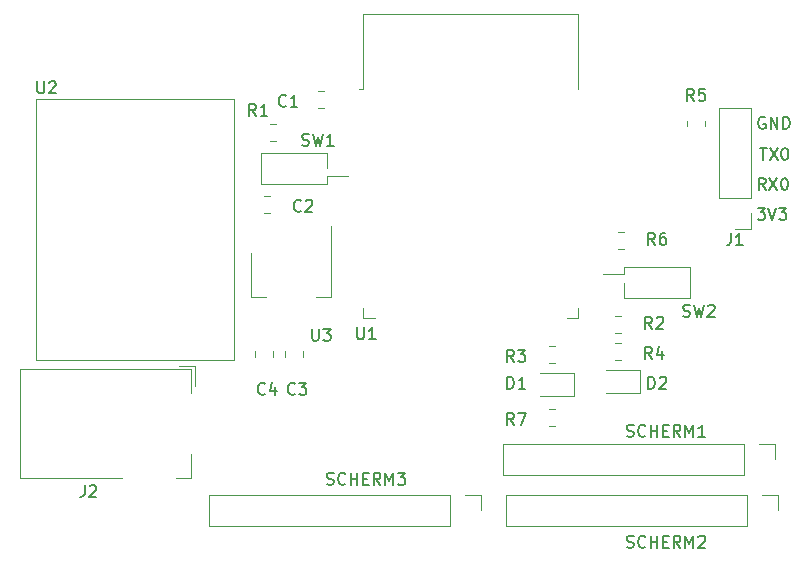
<source format=gbr>
%TF.GenerationSoftware,KiCad,Pcbnew,(7.0.0)*%
%TF.CreationDate,2023-04-20T18:18:11+02:00*%
%TF.ProjectId,PCB_uitlezen_gsm,5043425f-7569-4746-9c65-7a656e5f6773,rev?*%
%TF.SameCoordinates,Original*%
%TF.FileFunction,Legend,Top*%
%TF.FilePolarity,Positive*%
%FSLAX46Y46*%
G04 Gerber Fmt 4.6, Leading zero omitted, Abs format (unit mm)*
G04 Created by KiCad (PCBNEW (7.0.0)) date 2023-04-20 18:18:11*
%MOMM*%
%LPD*%
G01*
G04 APERTURE LIST*
%ADD10C,0.150000*%
%ADD11C,0.120000*%
G04 APERTURE END LIST*
D10*
X140811238Y-81078380D02*
X141382666Y-81078380D01*
X141096952Y-82078380D02*
X141096952Y-81078380D01*
X141620762Y-81078380D02*
X142287428Y-82078380D01*
X142287428Y-81078380D02*
X141620762Y-82078380D01*
X142858857Y-81078380D02*
X142954095Y-81078380D01*
X142954095Y-81078380D02*
X143049333Y-81126000D01*
X143049333Y-81126000D02*
X143096952Y-81173619D01*
X143096952Y-81173619D02*
X143144571Y-81268857D01*
X143144571Y-81268857D02*
X143192190Y-81459333D01*
X143192190Y-81459333D02*
X143192190Y-81697428D01*
X143192190Y-81697428D02*
X143144571Y-81887904D01*
X143144571Y-81887904D02*
X143096952Y-81983142D01*
X143096952Y-81983142D02*
X143049333Y-82030761D01*
X143049333Y-82030761D02*
X142954095Y-82078380D01*
X142954095Y-82078380D02*
X142858857Y-82078380D01*
X142858857Y-82078380D02*
X142763619Y-82030761D01*
X142763619Y-82030761D02*
X142716000Y-81983142D01*
X142716000Y-81983142D02*
X142668381Y-81887904D01*
X142668381Y-81887904D02*
X142620762Y-81697428D01*
X142620762Y-81697428D02*
X142620762Y-81459333D01*
X142620762Y-81459333D02*
X142668381Y-81268857D01*
X142668381Y-81268857D02*
X142716000Y-81173619D01*
X142716000Y-81173619D02*
X142763619Y-81126000D01*
X142763619Y-81126000D02*
X142858857Y-81078380D01*
X141223904Y-78490000D02*
X141128666Y-78442380D01*
X141128666Y-78442380D02*
X140985809Y-78442380D01*
X140985809Y-78442380D02*
X140842952Y-78490000D01*
X140842952Y-78490000D02*
X140747714Y-78585238D01*
X140747714Y-78585238D02*
X140700095Y-78680476D01*
X140700095Y-78680476D02*
X140652476Y-78870952D01*
X140652476Y-78870952D02*
X140652476Y-79013809D01*
X140652476Y-79013809D02*
X140700095Y-79204285D01*
X140700095Y-79204285D02*
X140747714Y-79299523D01*
X140747714Y-79299523D02*
X140842952Y-79394761D01*
X140842952Y-79394761D02*
X140985809Y-79442380D01*
X140985809Y-79442380D02*
X141081047Y-79442380D01*
X141081047Y-79442380D02*
X141223904Y-79394761D01*
X141223904Y-79394761D02*
X141271523Y-79347142D01*
X141271523Y-79347142D02*
X141271523Y-79013809D01*
X141271523Y-79013809D02*
X141081047Y-79013809D01*
X141700095Y-79442380D02*
X141700095Y-78442380D01*
X141700095Y-78442380D02*
X142271523Y-79442380D01*
X142271523Y-79442380D02*
X142271523Y-78442380D01*
X142747714Y-79442380D02*
X142747714Y-78442380D01*
X142747714Y-78442380D02*
X142985809Y-78442380D01*
X142985809Y-78442380D02*
X143128666Y-78490000D01*
X143128666Y-78490000D02*
X143223904Y-78585238D01*
X143223904Y-78585238D02*
X143271523Y-78680476D01*
X143271523Y-78680476D02*
X143319142Y-78870952D01*
X143319142Y-78870952D02*
X143319142Y-79013809D01*
X143319142Y-79013809D02*
X143271523Y-79204285D01*
X143271523Y-79204285D02*
X143223904Y-79299523D01*
X143223904Y-79299523D02*
X143128666Y-79394761D01*
X143128666Y-79394761D02*
X142985809Y-79442380D01*
X142985809Y-79442380D02*
X142747714Y-79442380D01*
X140604857Y-86158380D02*
X141223904Y-86158380D01*
X141223904Y-86158380D02*
X140890571Y-86539333D01*
X140890571Y-86539333D02*
X141033428Y-86539333D01*
X141033428Y-86539333D02*
X141128666Y-86586952D01*
X141128666Y-86586952D02*
X141176285Y-86634571D01*
X141176285Y-86634571D02*
X141223904Y-86729809D01*
X141223904Y-86729809D02*
X141223904Y-86967904D01*
X141223904Y-86967904D02*
X141176285Y-87063142D01*
X141176285Y-87063142D02*
X141128666Y-87110761D01*
X141128666Y-87110761D02*
X141033428Y-87158380D01*
X141033428Y-87158380D02*
X140747714Y-87158380D01*
X140747714Y-87158380D02*
X140652476Y-87110761D01*
X140652476Y-87110761D02*
X140604857Y-87063142D01*
X141509619Y-86158380D02*
X141842952Y-87158380D01*
X141842952Y-87158380D02*
X142176285Y-86158380D01*
X142414381Y-86158380D02*
X143033428Y-86158380D01*
X143033428Y-86158380D02*
X142700095Y-86539333D01*
X142700095Y-86539333D02*
X142842952Y-86539333D01*
X142842952Y-86539333D02*
X142938190Y-86586952D01*
X142938190Y-86586952D02*
X142985809Y-86634571D01*
X142985809Y-86634571D02*
X143033428Y-86729809D01*
X143033428Y-86729809D02*
X143033428Y-86967904D01*
X143033428Y-86967904D02*
X142985809Y-87063142D01*
X142985809Y-87063142D02*
X142938190Y-87110761D01*
X142938190Y-87110761D02*
X142842952Y-87158380D01*
X142842952Y-87158380D02*
X142557238Y-87158380D01*
X142557238Y-87158380D02*
X142462000Y-87110761D01*
X142462000Y-87110761D02*
X142414381Y-87063142D01*
X141271523Y-84618380D02*
X140938190Y-84142190D01*
X140700095Y-84618380D02*
X140700095Y-83618380D01*
X140700095Y-83618380D02*
X141081047Y-83618380D01*
X141081047Y-83618380D02*
X141176285Y-83666000D01*
X141176285Y-83666000D02*
X141223904Y-83713619D01*
X141223904Y-83713619D02*
X141271523Y-83808857D01*
X141271523Y-83808857D02*
X141271523Y-83951714D01*
X141271523Y-83951714D02*
X141223904Y-84046952D01*
X141223904Y-84046952D02*
X141176285Y-84094571D01*
X141176285Y-84094571D02*
X141081047Y-84142190D01*
X141081047Y-84142190D02*
X140700095Y-84142190D01*
X141604857Y-83618380D02*
X142271523Y-84618380D01*
X142271523Y-83618380D02*
X141604857Y-84618380D01*
X142842952Y-83618380D02*
X142938190Y-83618380D01*
X142938190Y-83618380D02*
X143033428Y-83666000D01*
X143033428Y-83666000D02*
X143081047Y-83713619D01*
X143081047Y-83713619D02*
X143128666Y-83808857D01*
X143128666Y-83808857D02*
X143176285Y-83999333D01*
X143176285Y-83999333D02*
X143176285Y-84237428D01*
X143176285Y-84237428D02*
X143128666Y-84427904D01*
X143128666Y-84427904D02*
X143081047Y-84523142D01*
X143081047Y-84523142D02*
X143033428Y-84570761D01*
X143033428Y-84570761D02*
X142938190Y-84618380D01*
X142938190Y-84618380D02*
X142842952Y-84618380D01*
X142842952Y-84618380D02*
X142747714Y-84570761D01*
X142747714Y-84570761D02*
X142700095Y-84523142D01*
X142700095Y-84523142D02*
X142652476Y-84427904D01*
X142652476Y-84427904D02*
X142604857Y-84237428D01*
X142604857Y-84237428D02*
X142604857Y-83999333D01*
X142604857Y-83999333D02*
X142652476Y-83808857D01*
X142652476Y-83808857D02*
X142700095Y-83713619D01*
X142700095Y-83713619D02*
X142747714Y-83666000D01*
X142747714Y-83666000D02*
X142842952Y-83618380D01*
%TO.C,R7*%
X119975333Y-104507380D02*
X119642000Y-104031190D01*
X119403905Y-104507380D02*
X119403905Y-103507380D01*
X119403905Y-103507380D02*
X119784857Y-103507380D01*
X119784857Y-103507380D02*
X119880095Y-103555000D01*
X119880095Y-103555000D02*
X119927714Y-103602619D01*
X119927714Y-103602619D02*
X119975333Y-103697857D01*
X119975333Y-103697857D02*
X119975333Y-103840714D01*
X119975333Y-103840714D02*
X119927714Y-103935952D01*
X119927714Y-103935952D02*
X119880095Y-103983571D01*
X119880095Y-103983571D02*
X119784857Y-104031190D01*
X119784857Y-104031190D02*
X119403905Y-104031190D01*
X120308667Y-103507380D02*
X120975333Y-103507380D01*
X120975333Y-103507380D02*
X120546762Y-104507380D01*
%TO.C,R6*%
X131913333Y-89267380D02*
X131580000Y-88791190D01*
X131341905Y-89267380D02*
X131341905Y-88267380D01*
X131341905Y-88267380D02*
X131722857Y-88267380D01*
X131722857Y-88267380D02*
X131818095Y-88315000D01*
X131818095Y-88315000D02*
X131865714Y-88362619D01*
X131865714Y-88362619D02*
X131913333Y-88457857D01*
X131913333Y-88457857D02*
X131913333Y-88600714D01*
X131913333Y-88600714D02*
X131865714Y-88695952D01*
X131865714Y-88695952D02*
X131818095Y-88743571D01*
X131818095Y-88743571D02*
X131722857Y-88791190D01*
X131722857Y-88791190D02*
X131341905Y-88791190D01*
X132770476Y-88267380D02*
X132580000Y-88267380D01*
X132580000Y-88267380D02*
X132484762Y-88315000D01*
X132484762Y-88315000D02*
X132437143Y-88362619D01*
X132437143Y-88362619D02*
X132341905Y-88505476D01*
X132341905Y-88505476D02*
X132294286Y-88695952D01*
X132294286Y-88695952D02*
X132294286Y-89076904D01*
X132294286Y-89076904D02*
X132341905Y-89172142D01*
X132341905Y-89172142D02*
X132389524Y-89219761D01*
X132389524Y-89219761D02*
X132484762Y-89267380D01*
X132484762Y-89267380D02*
X132675238Y-89267380D01*
X132675238Y-89267380D02*
X132770476Y-89219761D01*
X132770476Y-89219761D02*
X132818095Y-89172142D01*
X132818095Y-89172142D02*
X132865714Y-89076904D01*
X132865714Y-89076904D02*
X132865714Y-88838809D01*
X132865714Y-88838809D02*
X132818095Y-88743571D01*
X132818095Y-88743571D02*
X132770476Y-88695952D01*
X132770476Y-88695952D02*
X132675238Y-88648333D01*
X132675238Y-88648333D02*
X132484762Y-88648333D01*
X132484762Y-88648333D02*
X132389524Y-88695952D01*
X132389524Y-88695952D02*
X132341905Y-88743571D01*
X132341905Y-88743571D02*
X132294286Y-88838809D01*
%TO.C,R3*%
X119975333Y-99173380D02*
X119642000Y-98697190D01*
X119403905Y-99173380D02*
X119403905Y-98173380D01*
X119403905Y-98173380D02*
X119784857Y-98173380D01*
X119784857Y-98173380D02*
X119880095Y-98221000D01*
X119880095Y-98221000D02*
X119927714Y-98268619D01*
X119927714Y-98268619D02*
X119975333Y-98363857D01*
X119975333Y-98363857D02*
X119975333Y-98506714D01*
X119975333Y-98506714D02*
X119927714Y-98601952D01*
X119927714Y-98601952D02*
X119880095Y-98649571D01*
X119880095Y-98649571D02*
X119784857Y-98697190D01*
X119784857Y-98697190D02*
X119403905Y-98697190D01*
X120308667Y-98173380D02*
X120927714Y-98173380D01*
X120927714Y-98173380D02*
X120594381Y-98554333D01*
X120594381Y-98554333D02*
X120737238Y-98554333D01*
X120737238Y-98554333D02*
X120832476Y-98601952D01*
X120832476Y-98601952D02*
X120880095Y-98649571D01*
X120880095Y-98649571D02*
X120927714Y-98744809D01*
X120927714Y-98744809D02*
X120927714Y-98982904D01*
X120927714Y-98982904D02*
X120880095Y-99078142D01*
X120880095Y-99078142D02*
X120832476Y-99125761D01*
X120832476Y-99125761D02*
X120737238Y-99173380D01*
X120737238Y-99173380D02*
X120451524Y-99173380D01*
X120451524Y-99173380D02*
X120356286Y-99125761D01*
X120356286Y-99125761D02*
X120308667Y-99078142D01*
%TO.C,R1*%
X98131333Y-78345380D02*
X97798000Y-77869190D01*
X97559905Y-78345380D02*
X97559905Y-77345380D01*
X97559905Y-77345380D02*
X97940857Y-77345380D01*
X97940857Y-77345380D02*
X98036095Y-77393000D01*
X98036095Y-77393000D02*
X98083714Y-77440619D01*
X98083714Y-77440619D02*
X98131333Y-77535857D01*
X98131333Y-77535857D02*
X98131333Y-77678714D01*
X98131333Y-77678714D02*
X98083714Y-77773952D01*
X98083714Y-77773952D02*
X98036095Y-77821571D01*
X98036095Y-77821571D02*
X97940857Y-77869190D01*
X97940857Y-77869190D02*
X97559905Y-77869190D01*
X99083714Y-78345380D02*
X98512286Y-78345380D01*
X98798000Y-78345380D02*
X98798000Y-77345380D01*
X98798000Y-77345380D02*
X98702762Y-77488238D01*
X98702762Y-77488238D02*
X98607524Y-77583476D01*
X98607524Y-77583476D02*
X98512286Y-77631095D01*
%TO.C,D1*%
X119403905Y-101459380D02*
X119403905Y-100459380D01*
X119403905Y-100459380D02*
X119642000Y-100459380D01*
X119642000Y-100459380D02*
X119784857Y-100507000D01*
X119784857Y-100507000D02*
X119880095Y-100602238D01*
X119880095Y-100602238D02*
X119927714Y-100697476D01*
X119927714Y-100697476D02*
X119975333Y-100887952D01*
X119975333Y-100887952D02*
X119975333Y-101030809D01*
X119975333Y-101030809D02*
X119927714Y-101221285D01*
X119927714Y-101221285D02*
X119880095Y-101316523D01*
X119880095Y-101316523D02*
X119784857Y-101411761D01*
X119784857Y-101411761D02*
X119642000Y-101459380D01*
X119642000Y-101459380D02*
X119403905Y-101459380D01*
X120927714Y-101459380D02*
X120356286Y-101459380D01*
X120642000Y-101459380D02*
X120642000Y-100459380D01*
X120642000Y-100459380D02*
X120546762Y-100602238D01*
X120546762Y-100602238D02*
X120451524Y-100697476D01*
X120451524Y-100697476D02*
X120356286Y-100745095D01*
%TO.C,C1*%
X100671333Y-77488142D02*
X100623714Y-77535761D01*
X100623714Y-77535761D02*
X100480857Y-77583380D01*
X100480857Y-77583380D02*
X100385619Y-77583380D01*
X100385619Y-77583380D02*
X100242762Y-77535761D01*
X100242762Y-77535761D02*
X100147524Y-77440523D01*
X100147524Y-77440523D02*
X100099905Y-77345285D01*
X100099905Y-77345285D02*
X100052286Y-77154809D01*
X100052286Y-77154809D02*
X100052286Y-77011952D01*
X100052286Y-77011952D02*
X100099905Y-76821476D01*
X100099905Y-76821476D02*
X100147524Y-76726238D01*
X100147524Y-76726238D02*
X100242762Y-76631000D01*
X100242762Y-76631000D02*
X100385619Y-76583380D01*
X100385619Y-76583380D02*
X100480857Y-76583380D01*
X100480857Y-76583380D02*
X100623714Y-76631000D01*
X100623714Y-76631000D02*
X100671333Y-76678619D01*
X101623714Y-77583380D02*
X101052286Y-77583380D01*
X101338000Y-77583380D02*
X101338000Y-76583380D01*
X101338000Y-76583380D02*
X101242762Y-76726238D01*
X101242762Y-76726238D02*
X101147524Y-76821476D01*
X101147524Y-76821476D02*
X101052286Y-76869095D01*
%TO.C,C2*%
X101941333Y-86378142D02*
X101893714Y-86425761D01*
X101893714Y-86425761D02*
X101750857Y-86473380D01*
X101750857Y-86473380D02*
X101655619Y-86473380D01*
X101655619Y-86473380D02*
X101512762Y-86425761D01*
X101512762Y-86425761D02*
X101417524Y-86330523D01*
X101417524Y-86330523D02*
X101369905Y-86235285D01*
X101369905Y-86235285D02*
X101322286Y-86044809D01*
X101322286Y-86044809D02*
X101322286Y-85901952D01*
X101322286Y-85901952D02*
X101369905Y-85711476D01*
X101369905Y-85711476D02*
X101417524Y-85616238D01*
X101417524Y-85616238D02*
X101512762Y-85521000D01*
X101512762Y-85521000D02*
X101655619Y-85473380D01*
X101655619Y-85473380D02*
X101750857Y-85473380D01*
X101750857Y-85473380D02*
X101893714Y-85521000D01*
X101893714Y-85521000D02*
X101941333Y-85568619D01*
X102322286Y-85568619D02*
X102369905Y-85521000D01*
X102369905Y-85521000D02*
X102465143Y-85473380D01*
X102465143Y-85473380D02*
X102703238Y-85473380D01*
X102703238Y-85473380D02*
X102798476Y-85521000D01*
X102798476Y-85521000D02*
X102846095Y-85568619D01*
X102846095Y-85568619D02*
X102893714Y-85663857D01*
X102893714Y-85663857D02*
X102893714Y-85759095D01*
X102893714Y-85759095D02*
X102846095Y-85901952D01*
X102846095Y-85901952D02*
X102274667Y-86473380D01*
X102274667Y-86473380D02*
X102893714Y-86473380D01*
%TO.C,SCHERM3*%
X104132476Y-109539761D02*
X104275333Y-109587380D01*
X104275333Y-109587380D02*
X104513428Y-109587380D01*
X104513428Y-109587380D02*
X104608666Y-109539761D01*
X104608666Y-109539761D02*
X104656285Y-109492142D01*
X104656285Y-109492142D02*
X104703904Y-109396904D01*
X104703904Y-109396904D02*
X104703904Y-109301666D01*
X104703904Y-109301666D02*
X104656285Y-109206428D01*
X104656285Y-109206428D02*
X104608666Y-109158809D01*
X104608666Y-109158809D02*
X104513428Y-109111190D01*
X104513428Y-109111190D02*
X104322952Y-109063571D01*
X104322952Y-109063571D02*
X104227714Y-109015952D01*
X104227714Y-109015952D02*
X104180095Y-108968333D01*
X104180095Y-108968333D02*
X104132476Y-108873095D01*
X104132476Y-108873095D02*
X104132476Y-108777857D01*
X104132476Y-108777857D02*
X104180095Y-108682619D01*
X104180095Y-108682619D02*
X104227714Y-108635000D01*
X104227714Y-108635000D02*
X104322952Y-108587380D01*
X104322952Y-108587380D02*
X104561047Y-108587380D01*
X104561047Y-108587380D02*
X104703904Y-108635000D01*
X105703904Y-109492142D02*
X105656285Y-109539761D01*
X105656285Y-109539761D02*
X105513428Y-109587380D01*
X105513428Y-109587380D02*
X105418190Y-109587380D01*
X105418190Y-109587380D02*
X105275333Y-109539761D01*
X105275333Y-109539761D02*
X105180095Y-109444523D01*
X105180095Y-109444523D02*
X105132476Y-109349285D01*
X105132476Y-109349285D02*
X105084857Y-109158809D01*
X105084857Y-109158809D02*
X105084857Y-109015952D01*
X105084857Y-109015952D02*
X105132476Y-108825476D01*
X105132476Y-108825476D02*
X105180095Y-108730238D01*
X105180095Y-108730238D02*
X105275333Y-108635000D01*
X105275333Y-108635000D02*
X105418190Y-108587380D01*
X105418190Y-108587380D02*
X105513428Y-108587380D01*
X105513428Y-108587380D02*
X105656285Y-108635000D01*
X105656285Y-108635000D02*
X105703904Y-108682619D01*
X106132476Y-109587380D02*
X106132476Y-108587380D01*
X106132476Y-109063571D02*
X106703904Y-109063571D01*
X106703904Y-109587380D02*
X106703904Y-108587380D01*
X107180095Y-109063571D02*
X107513428Y-109063571D01*
X107656285Y-109587380D02*
X107180095Y-109587380D01*
X107180095Y-109587380D02*
X107180095Y-108587380D01*
X107180095Y-108587380D02*
X107656285Y-108587380D01*
X108656285Y-109587380D02*
X108322952Y-109111190D01*
X108084857Y-109587380D02*
X108084857Y-108587380D01*
X108084857Y-108587380D02*
X108465809Y-108587380D01*
X108465809Y-108587380D02*
X108561047Y-108635000D01*
X108561047Y-108635000D02*
X108608666Y-108682619D01*
X108608666Y-108682619D02*
X108656285Y-108777857D01*
X108656285Y-108777857D02*
X108656285Y-108920714D01*
X108656285Y-108920714D02*
X108608666Y-109015952D01*
X108608666Y-109015952D02*
X108561047Y-109063571D01*
X108561047Y-109063571D02*
X108465809Y-109111190D01*
X108465809Y-109111190D02*
X108084857Y-109111190D01*
X109084857Y-109587380D02*
X109084857Y-108587380D01*
X109084857Y-108587380D02*
X109418190Y-109301666D01*
X109418190Y-109301666D02*
X109751523Y-108587380D01*
X109751523Y-108587380D02*
X109751523Y-109587380D01*
X110132476Y-108587380D02*
X110751523Y-108587380D01*
X110751523Y-108587380D02*
X110418190Y-108968333D01*
X110418190Y-108968333D02*
X110561047Y-108968333D01*
X110561047Y-108968333D02*
X110656285Y-109015952D01*
X110656285Y-109015952D02*
X110703904Y-109063571D01*
X110703904Y-109063571D02*
X110751523Y-109158809D01*
X110751523Y-109158809D02*
X110751523Y-109396904D01*
X110751523Y-109396904D02*
X110703904Y-109492142D01*
X110703904Y-109492142D02*
X110656285Y-109539761D01*
X110656285Y-109539761D02*
X110561047Y-109587380D01*
X110561047Y-109587380D02*
X110275333Y-109587380D01*
X110275333Y-109587380D02*
X110180095Y-109539761D01*
X110180095Y-109539761D02*
X110132476Y-109492142D01*
%TO.C,R5*%
X135215333Y-77075380D02*
X134882000Y-76599190D01*
X134643905Y-77075380D02*
X134643905Y-76075380D01*
X134643905Y-76075380D02*
X135024857Y-76075380D01*
X135024857Y-76075380D02*
X135120095Y-76123000D01*
X135120095Y-76123000D02*
X135167714Y-76170619D01*
X135167714Y-76170619D02*
X135215333Y-76265857D01*
X135215333Y-76265857D02*
X135215333Y-76408714D01*
X135215333Y-76408714D02*
X135167714Y-76503952D01*
X135167714Y-76503952D02*
X135120095Y-76551571D01*
X135120095Y-76551571D02*
X135024857Y-76599190D01*
X135024857Y-76599190D02*
X134643905Y-76599190D01*
X136120095Y-76075380D02*
X135643905Y-76075380D01*
X135643905Y-76075380D02*
X135596286Y-76551571D01*
X135596286Y-76551571D02*
X135643905Y-76503952D01*
X135643905Y-76503952D02*
X135739143Y-76456333D01*
X135739143Y-76456333D02*
X135977238Y-76456333D01*
X135977238Y-76456333D02*
X136072476Y-76503952D01*
X136072476Y-76503952D02*
X136120095Y-76551571D01*
X136120095Y-76551571D02*
X136167714Y-76646809D01*
X136167714Y-76646809D02*
X136167714Y-76884904D01*
X136167714Y-76884904D02*
X136120095Y-76980142D01*
X136120095Y-76980142D02*
X136072476Y-77027761D01*
X136072476Y-77027761D02*
X135977238Y-77075380D01*
X135977238Y-77075380D02*
X135739143Y-77075380D01*
X135739143Y-77075380D02*
X135643905Y-77027761D01*
X135643905Y-77027761D02*
X135596286Y-76980142D01*
%TO.C,R2*%
X131659333Y-96379380D02*
X131326000Y-95903190D01*
X131087905Y-96379380D02*
X131087905Y-95379380D01*
X131087905Y-95379380D02*
X131468857Y-95379380D01*
X131468857Y-95379380D02*
X131564095Y-95427000D01*
X131564095Y-95427000D02*
X131611714Y-95474619D01*
X131611714Y-95474619D02*
X131659333Y-95569857D01*
X131659333Y-95569857D02*
X131659333Y-95712714D01*
X131659333Y-95712714D02*
X131611714Y-95807952D01*
X131611714Y-95807952D02*
X131564095Y-95855571D01*
X131564095Y-95855571D02*
X131468857Y-95903190D01*
X131468857Y-95903190D02*
X131087905Y-95903190D01*
X132040286Y-95474619D02*
X132087905Y-95427000D01*
X132087905Y-95427000D02*
X132183143Y-95379380D01*
X132183143Y-95379380D02*
X132421238Y-95379380D01*
X132421238Y-95379380D02*
X132516476Y-95427000D01*
X132516476Y-95427000D02*
X132564095Y-95474619D01*
X132564095Y-95474619D02*
X132611714Y-95569857D01*
X132611714Y-95569857D02*
X132611714Y-95665095D01*
X132611714Y-95665095D02*
X132564095Y-95807952D01*
X132564095Y-95807952D02*
X131992667Y-96379380D01*
X131992667Y-96379380D02*
X132611714Y-96379380D01*
%TO.C,U2*%
X79629095Y-75440380D02*
X79629095Y-76249904D01*
X79629095Y-76249904D02*
X79676714Y-76345142D01*
X79676714Y-76345142D02*
X79724333Y-76392761D01*
X79724333Y-76392761D02*
X79819571Y-76440380D01*
X79819571Y-76440380D02*
X80010047Y-76440380D01*
X80010047Y-76440380D02*
X80105285Y-76392761D01*
X80105285Y-76392761D02*
X80152904Y-76345142D01*
X80152904Y-76345142D02*
X80200523Y-76249904D01*
X80200523Y-76249904D02*
X80200523Y-75440380D01*
X80629095Y-75535619D02*
X80676714Y-75488000D01*
X80676714Y-75488000D02*
X80771952Y-75440380D01*
X80771952Y-75440380D02*
X81010047Y-75440380D01*
X81010047Y-75440380D02*
X81105285Y-75488000D01*
X81105285Y-75488000D02*
X81152904Y-75535619D01*
X81152904Y-75535619D02*
X81200523Y-75630857D01*
X81200523Y-75630857D02*
X81200523Y-75726095D01*
X81200523Y-75726095D02*
X81152904Y-75868952D01*
X81152904Y-75868952D02*
X80581476Y-76440380D01*
X80581476Y-76440380D02*
X81200523Y-76440380D01*
%TO.C,SCHERM1*%
X129532476Y-105475761D02*
X129675333Y-105523380D01*
X129675333Y-105523380D02*
X129913428Y-105523380D01*
X129913428Y-105523380D02*
X130008666Y-105475761D01*
X130008666Y-105475761D02*
X130056285Y-105428142D01*
X130056285Y-105428142D02*
X130103904Y-105332904D01*
X130103904Y-105332904D02*
X130103904Y-105237666D01*
X130103904Y-105237666D02*
X130056285Y-105142428D01*
X130056285Y-105142428D02*
X130008666Y-105094809D01*
X130008666Y-105094809D02*
X129913428Y-105047190D01*
X129913428Y-105047190D02*
X129722952Y-104999571D01*
X129722952Y-104999571D02*
X129627714Y-104951952D01*
X129627714Y-104951952D02*
X129580095Y-104904333D01*
X129580095Y-104904333D02*
X129532476Y-104809095D01*
X129532476Y-104809095D02*
X129532476Y-104713857D01*
X129532476Y-104713857D02*
X129580095Y-104618619D01*
X129580095Y-104618619D02*
X129627714Y-104571000D01*
X129627714Y-104571000D02*
X129722952Y-104523380D01*
X129722952Y-104523380D02*
X129961047Y-104523380D01*
X129961047Y-104523380D02*
X130103904Y-104571000D01*
X131103904Y-105428142D02*
X131056285Y-105475761D01*
X131056285Y-105475761D02*
X130913428Y-105523380D01*
X130913428Y-105523380D02*
X130818190Y-105523380D01*
X130818190Y-105523380D02*
X130675333Y-105475761D01*
X130675333Y-105475761D02*
X130580095Y-105380523D01*
X130580095Y-105380523D02*
X130532476Y-105285285D01*
X130532476Y-105285285D02*
X130484857Y-105094809D01*
X130484857Y-105094809D02*
X130484857Y-104951952D01*
X130484857Y-104951952D02*
X130532476Y-104761476D01*
X130532476Y-104761476D02*
X130580095Y-104666238D01*
X130580095Y-104666238D02*
X130675333Y-104571000D01*
X130675333Y-104571000D02*
X130818190Y-104523380D01*
X130818190Y-104523380D02*
X130913428Y-104523380D01*
X130913428Y-104523380D02*
X131056285Y-104571000D01*
X131056285Y-104571000D02*
X131103904Y-104618619D01*
X131532476Y-105523380D02*
X131532476Y-104523380D01*
X131532476Y-104999571D02*
X132103904Y-104999571D01*
X132103904Y-105523380D02*
X132103904Y-104523380D01*
X132580095Y-104999571D02*
X132913428Y-104999571D01*
X133056285Y-105523380D02*
X132580095Y-105523380D01*
X132580095Y-105523380D02*
X132580095Y-104523380D01*
X132580095Y-104523380D02*
X133056285Y-104523380D01*
X134056285Y-105523380D02*
X133722952Y-105047190D01*
X133484857Y-105523380D02*
X133484857Y-104523380D01*
X133484857Y-104523380D02*
X133865809Y-104523380D01*
X133865809Y-104523380D02*
X133961047Y-104571000D01*
X133961047Y-104571000D02*
X134008666Y-104618619D01*
X134008666Y-104618619D02*
X134056285Y-104713857D01*
X134056285Y-104713857D02*
X134056285Y-104856714D01*
X134056285Y-104856714D02*
X134008666Y-104951952D01*
X134008666Y-104951952D02*
X133961047Y-104999571D01*
X133961047Y-104999571D02*
X133865809Y-105047190D01*
X133865809Y-105047190D02*
X133484857Y-105047190D01*
X134484857Y-105523380D02*
X134484857Y-104523380D01*
X134484857Y-104523380D02*
X134818190Y-105237666D01*
X134818190Y-105237666D02*
X135151523Y-104523380D01*
X135151523Y-104523380D02*
X135151523Y-105523380D01*
X136151523Y-105523380D02*
X135580095Y-105523380D01*
X135865809Y-105523380D02*
X135865809Y-104523380D01*
X135865809Y-104523380D02*
X135770571Y-104666238D01*
X135770571Y-104666238D02*
X135675333Y-104761476D01*
X135675333Y-104761476D02*
X135580095Y-104809095D01*
%TO.C,J1*%
X138350666Y-88301380D02*
X138350666Y-89015666D01*
X138350666Y-89015666D02*
X138303047Y-89158523D01*
X138303047Y-89158523D02*
X138207809Y-89253761D01*
X138207809Y-89253761D02*
X138064952Y-89301380D01*
X138064952Y-89301380D02*
X137969714Y-89301380D01*
X139350666Y-89301380D02*
X138779238Y-89301380D01*
X139064952Y-89301380D02*
X139064952Y-88301380D01*
X139064952Y-88301380D02*
X138969714Y-88444238D01*
X138969714Y-88444238D02*
X138874476Y-88539476D01*
X138874476Y-88539476D02*
X138779238Y-88587095D01*
%TO.C,C4*%
X98893333Y-101872142D02*
X98845714Y-101919761D01*
X98845714Y-101919761D02*
X98702857Y-101967380D01*
X98702857Y-101967380D02*
X98607619Y-101967380D01*
X98607619Y-101967380D02*
X98464762Y-101919761D01*
X98464762Y-101919761D02*
X98369524Y-101824523D01*
X98369524Y-101824523D02*
X98321905Y-101729285D01*
X98321905Y-101729285D02*
X98274286Y-101538809D01*
X98274286Y-101538809D02*
X98274286Y-101395952D01*
X98274286Y-101395952D02*
X98321905Y-101205476D01*
X98321905Y-101205476D02*
X98369524Y-101110238D01*
X98369524Y-101110238D02*
X98464762Y-101015000D01*
X98464762Y-101015000D02*
X98607619Y-100967380D01*
X98607619Y-100967380D02*
X98702857Y-100967380D01*
X98702857Y-100967380D02*
X98845714Y-101015000D01*
X98845714Y-101015000D02*
X98893333Y-101062619D01*
X99750476Y-101300714D02*
X99750476Y-101967380D01*
X99512381Y-100919761D02*
X99274286Y-101634047D01*
X99274286Y-101634047D02*
X99893333Y-101634047D01*
%TO.C,R4*%
X131659333Y-98919380D02*
X131326000Y-98443190D01*
X131087905Y-98919380D02*
X131087905Y-97919380D01*
X131087905Y-97919380D02*
X131468857Y-97919380D01*
X131468857Y-97919380D02*
X131564095Y-97967000D01*
X131564095Y-97967000D02*
X131611714Y-98014619D01*
X131611714Y-98014619D02*
X131659333Y-98109857D01*
X131659333Y-98109857D02*
X131659333Y-98252714D01*
X131659333Y-98252714D02*
X131611714Y-98347952D01*
X131611714Y-98347952D02*
X131564095Y-98395571D01*
X131564095Y-98395571D02*
X131468857Y-98443190D01*
X131468857Y-98443190D02*
X131087905Y-98443190D01*
X132516476Y-98252714D02*
X132516476Y-98919380D01*
X132278381Y-97871761D02*
X132040286Y-98586047D01*
X132040286Y-98586047D02*
X132659333Y-98586047D01*
%TO.C,U3*%
X102870095Y-96395380D02*
X102870095Y-97204904D01*
X102870095Y-97204904D02*
X102917714Y-97300142D01*
X102917714Y-97300142D02*
X102965333Y-97347761D01*
X102965333Y-97347761D02*
X103060571Y-97395380D01*
X103060571Y-97395380D02*
X103251047Y-97395380D01*
X103251047Y-97395380D02*
X103346285Y-97347761D01*
X103346285Y-97347761D02*
X103393904Y-97300142D01*
X103393904Y-97300142D02*
X103441523Y-97204904D01*
X103441523Y-97204904D02*
X103441523Y-96395380D01*
X103822476Y-96395380D02*
X104441523Y-96395380D01*
X104441523Y-96395380D02*
X104108190Y-96776333D01*
X104108190Y-96776333D02*
X104251047Y-96776333D01*
X104251047Y-96776333D02*
X104346285Y-96823952D01*
X104346285Y-96823952D02*
X104393904Y-96871571D01*
X104393904Y-96871571D02*
X104441523Y-96966809D01*
X104441523Y-96966809D02*
X104441523Y-97204904D01*
X104441523Y-97204904D02*
X104393904Y-97300142D01*
X104393904Y-97300142D02*
X104346285Y-97347761D01*
X104346285Y-97347761D02*
X104251047Y-97395380D01*
X104251047Y-97395380D02*
X103965333Y-97395380D01*
X103965333Y-97395380D02*
X103870095Y-97347761D01*
X103870095Y-97347761D02*
X103822476Y-97300142D01*
%TO.C,SW2*%
X134302667Y-95315761D02*
X134445524Y-95363380D01*
X134445524Y-95363380D02*
X134683619Y-95363380D01*
X134683619Y-95363380D02*
X134778857Y-95315761D01*
X134778857Y-95315761D02*
X134826476Y-95268142D01*
X134826476Y-95268142D02*
X134874095Y-95172904D01*
X134874095Y-95172904D02*
X134874095Y-95077666D01*
X134874095Y-95077666D02*
X134826476Y-94982428D01*
X134826476Y-94982428D02*
X134778857Y-94934809D01*
X134778857Y-94934809D02*
X134683619Y-94887190D01*
X134683619Y-94887190D02*
X134493143Y-94839571D01*
X134493143Y-94839571D02*
X134397905Y-94791952D01*
X134397905Y-94791952D02*
X134350286Y-94744333D01*
X134350286Y-94744333D02*
X134302667Y-94649095D01*
X134302667Y-94649095D02*
X134302667Y-94553857D01*
X134302667Y-94553857D02*
X134350286Y-94458619D01*
X134350286Y-94458619D02*
X134397905Y-94411000D01*
X134397905Y-94411000D02*
X134493143Y-94363380D01*
X134493143Y-94363380D02*
X134731238Y-94363380D01*
X134731238Y-94363380D02*
X134874095Y-94411000D01*
X135207429Y-94363380D02*
X135445524Y-95363380D01*
X135445524Y-95363380D02*
X135636000Y-94649095D01*
X135636000Y-94649095D02*
X135826476Y-95363380D01*
X135826476Y-95363380D02*
X136064572Y-94363380D01*
X136397905Y-94458619D02*
X136445524Y-94411000D01*
X136445524Y-94411000D02*
X136540762Y-94363380D01*
X136540762Y-94363380D02*
X136778857Y-94363380D01*
X136778857Y-94363380D02*
X136874095Y-94411000D01*
X136874095Y-94411000D02*
X136921714Y-94458619D01*
X136921714Y-94458619D02*
X136969333Y-94553857D01*
X136969333Y-94553857D02*
X136969333Y-94649095D01*
X136969333Y-94649095D02*
X136921714Y-94791952D01*
X136921714Y-94791952D02*
X136350286Y-95363380D01*
X136350286Y-95363380D02*
X136969333Y-95363380D01*
%TO.C,J2*%
X83613666Y-109618380D02*
X83613666Y-110332666D01*
X83613666Y-110332666D02*
X83566047Y-110475523D01*
X83566047Y-110475523D02*
X83470809Y-110570761D01*
X83470809Y-110570761D02*
X83327952Y-110618380D01*
X83327952Y-110618380D02*
X83232714Y-110618380D01*
X84042238Y-109713619D02*
X84089857Y-109666000D01*
X84089857Y-109666000D02*
X84185095Y-109618380D01*
X84185095Y-109618380D02*
X84423190Y-109618380D01*
X84423190Y-109618380D02*
X84518428Y-109666000D01*
X84518428Y-109666000D02*
X84566047Y-109713619D01*
X84566047Y-109713619D02*
X84613666Y-109808857D01*
X84613666Y-109808857D02*
X84613666Y-109904095D01*
X84613666Y-109904095D02*
X84566047Y-110046952D01*
X84566047Y-110046952D02*
X83994619Y-110618380D01*
X83994619Y-110618380D02*
X84613666Y-110618380D01*
%TO.C,C3*%
X101433333Y-101872142D02*
X101385714Y-101919761D01*
X101385714Y-101919761D02*
X101242857Y-101967380D01*
X101242857Y-101967380D02*
X101147619Y-101967380D01*
X101147619Y-101967380D02*
X101004762Y-101919761D01*
X101004762Y-101919761D02*
X100909524Y-101824523D01*
X100909524Y-101824523D02*
X100861905Y-101729285D01*
X100861905Y-101729285D02*
X100814286Y-101538809D01*
X100814286Y-101538809D02*
X100814286Y-101395952D01*
X100814286Y-101395952D02*
X100861905Y-101205476D01*
X100861905Y-101205476D02*
X100909524Y-101110238D01*
X100909524Y-101110238D02*
X101004762Y-101015000D01*
X101004762Y-101015000D02*
X101147619Y-100967380D01*
X101147619Y-100967380D02*
X101242857Y-100967380D01*
X101242857Y-100967380D02*
X101385714Y-101015000D01*
X101385714Y-101015000D02*
X101433333Y-101062619D01*
X101766667Y-100967380D02*
X102385714Y-100967380D01*
X102385714Y-100967380D02*
X102052381Y-101348333D01*
X102052381Y-101348333D02*
X102195238Y-101348333D01*
X102195238Y-101348333D02*
X102290476Y-101395952D01*
X102290476Y-101395952D02*
X102338095Y-101443571D01*
X102338095Y-101443571D02*
X102385714Y-101538809D01*
X102385714Y-101538809D02*
X102385714Y-101776904D01*
X102385714Y-101776904D02*
X102338095Y-101872142D01*
X102338095Y-101872142D02*
X102290476Y-101919761D01*
X102290476Y-101919761D02*
X102195238Y-101967380D01*
X102195238Y-101967380D02*
X101909524Y-101967380D01*
X101909524Y-101967380D02*
X101814286Y-101919761D01*
X101814286Y-101919761D02*
X101766667Y-101872142D01*
%TO.C,U1*%
X106680095Y-96268380D02*
X106680095Y-97077904D01*
X106680095Y-97077904D02*
X106727714Y-97173142D01*
X106727714Y-97173142D02*
X106775333Y-97220761D01*
X106775333Y-97220761D02*
X106870571Y-97268380D01*
X106870571Y-97268380D02*
X107061047Y-97268380D01*
X107061047Y-97268380D02*
X107156285Y-97220761D01*
X107156285Y-97220761D02*
X107203904Y-97173142D01*
X107203904Y-97173142D02*
X107251523Y-97077904D01*
X107251523Y-97077904D02*
X107251523Y-96268380D01*
X108251523Y-97268380D02*
X107680095Y-97268380D01*
X107965809Y-97268380D02*
X107965809Y-96268380D01*
X107965809Y-96268380D02*
X107870571Y-96411238D01*
X107870571Y-96411238D02*
X107775333Y-96506476D01*
X107775333Y-96506476D02*
X107680095Y-96554095D01*
%TO.C,SCHERM2*%
X129532476Y-114873761D02*
X129675333Y-114921380D01*
X129675333Y-114921380D02*
X129913428Y-114921380D01*
X129913428Y-114921380D02*
X130008666Y-114873761D01*
X130008666Y-114873761D02*
X130056285Y-114826142D01*
X130056285Y-114826142D02*
X130103904Y-114730904D01*
X130103904Y-114730904D02*
X130103904Y-114635666D01*
X130103904Y-114635666D02*
X130056285Y-114540428D01*
X130056285Y-114540428D02*
X130008666Y-114492809D01*
X130008666Y-114492809D02*
X129913428Y-114445190D01*
X129913428Y-114445190D02*
X129722952Y-114397571D01*
X129722952Y-114397571D02*
X129627714Y-114349952D01*
X129627714Y-114349952D02*
X129580095Y-114302333D01*
X129580095Y-114302333D02*
X129532476Y-114207095D01*
X129532476Y-114207095D02*
X129532476Y-114111857D01*
X129532476Y-114111857D02*
X129580095Y-114016619D01*
X129580095Y-114016619D02*
X129627714Y-113969000D01*
X129627714Y-113969000D02*
X129722952Y-113921380D01*
X129722952Y-113921380D02*
X129961047Y-113921380D01*
X129961047Y-113921380D02*
X130103904Y-113969000D01*
X131103904Y-114826142D02*
X131056285Y-114873761D01*
X131056285Y-114873761D02*
X130913428Y-114921380D01*
X130913428Y-114921380D02*
X130818190Y-114921380D01*
X130818190Y-114921380D02*
X130675333Y-114873761D01*
X130675333Y-114873761D02*
X130580095Y-114778523D01*
X130580095Y-114778523D02*
X130532476Y-114683285D01*
X130532476Y-114683285D02*
X130484857Y-114492809D01*
X130484857Y-114492809D02*
X130484857Y-114349952D01*
X130484857Y-114349952D02*
X130532476Y-114159476D01*
X130532476Y-114159476D02*
X130580095Y-114064238D01*
X130580095Y-114064238D02*
X130675333Y-113969000D01*
X130675333Y-113969000D02*
X130818190Y-113921380D01*
X130818190Y-113921380D02*
X130913428Y-113921380D01*
X130913428Y-113921380D02*
X131056285Y-113969000D01*
X131056285Y-113969000D02*
X131103904Y-114016619D01*
X131532476Y-114921380D02*
X131532476Y-113921380D01*
X131532476Y-114397571D02*
X132103904Y-114397571D01*
X132103904Y-114921380D02*
X132103904Y-113921380D01*
X132580095Y-114397571D02*
X132913428Y-114397571D01*
X133056285Y-114921380D02*
X132580095Y-114921380D01*
X132580095Y-114921380D02*
X132580095Y-113921380D01*
X132580095Y-113921380D02*
X133056285Y-113921380D01*
X134056285Y-114921380D02*
X133722952Y-114445190D01*
X133484857Y-114921380D02*
X133484857Y-113921380D01*
X133484857Y-113921380D02*
X133865809Y-113921380D01*
X133865809Y-113921380D02*
X133961047Y-113969000D01*
X133961047Y-113969000D02*
X134008666Y-114016619D01*
X134008666Y-114016619D02*
X134056285Y-114111857D01*
X134056285Y-114111857D02*
X134056285Y-114254714D01*
X134056285Y-114254714D02*
X134008666Y-114349952D01*
X134008666Y-114349952D02*
X133961047Y-114397571D01*
X133961047Y-114397571D02*
X133865809Y-114445190D01*
X133865809Y-114445190D02*
X133484857Y-114445190D01*
X134484857Y-114921380D02*
X134484857Y-113921380D01*
X134484857Y-113921380D02*
X134818190Y-114635666D01*
X134818190Y-114635666D02*
X135151523Y-113921380D01*
X135151523Y-113921380D02*
X135151523Y-114921380D01*
X135580095Y-114016619D02*
X135627714Y-113969000D01*
X135627714Y-113969000D02*
X135722952Y-113921380D01*
X135722952Y-113921380D02*
X135961047Y-113921380D01*
X135961047Y-113921380D02*
X136056285Y-113969000D01*
X136056285Y-113969000D02*
X136103904Y-114016619D01*
X136103904Y-114016619D02*
X136151523Y-114111857D01*
X136151523Y-114111857D02*
X136151523Y-114207095D01*
X136151523Y-114207095D02*
X136103904Y-114349952D01*
X136103904Y-114349952D02*
X135532476Y-114921380D01*
X135532476Y-114921380D02*
X136151523Y-114921380D01*
%TO.C,D2*%
X131341905Y-101459380D02*
X131341905Y-100459380D01*
X131341905Y-100459380D02*
X131580000Y-100459380D01*
X131580000Y-100459380D02*
X131722857Y-100507000D01*
X131722857Y-100507000D02*
X131818095Y-100602238D01*
X131818095Y-100602238D02*
X131865714Y-100697476D01*
X131865714Y-100697476D02*
X131913333Y-100887952D01*
X131913333Y-100887952D02*
X131913333Y-101030809D01*
X131913333Y-101030809D02*
X131865714Y-101221285D01*
X131865714Y-101221285D02*
X131818095Y-101316523D01*
X131818095Y-101316523D02*
X131722857Y-101411761D01*
X131722857Y-101411761D02*
X131580000Y-101459380D01*
X131580000Y-101459380D02*
X131341905Y-101459380D01*
X132294286Y-100554619D02*
X132341905Y-100507000D01*
X132341905Y-100507000D02*
X132437143Y-100459380D01*
X132437143Y-100459380D02*
X132675238Y-100459380D01*
X132675238Y-100459380D02*
X132770476Y-100507000D01*
X132770476Y-100507000D02*
X132818095Y-100554619D01*
X132818095Y-100554619D02*
X132865714Y-100649857D01*
X132865714Y-100649857D02*
X132865714Y-100745095D01*
X132865714Y-100745095D02*
X132818095Y-100887952D01*
X132818095Y-100887952D02*
X132246667Y-101459380D01*
X132246667Y-101459380D02*
X132865714Y-101459380D01*
%TO.C,SW1*%
X102044667Y-80837761D02*
X102187524Y-80885380D01*
X102187524Y-80885380D02*
X102425619Y-80885380D01*
X102425619Y-80885380D02*
X102520857Y-80837761D01*
X102520857Y-80837761D02*
X102568476Y-80790142D01*
X102568476Y-80790142D02*
X102616095Y-80694904D01*
X102616095Y-80694904D02*
X102616095Y-80599666D01*
X102616095Y-80599666D02*
X102568476Y-80504428D01*
X102568476Y-80504428D02*
X102520857Y-80456809D01*
X102520857Y-80456809D02*
X102425619Y-80409190D01*
X102425619Y-80409190D02*
X102235143Y-80361571D01*
X102235143Y-80361571D02*
X102139905Y-80313952D01*
X102139905Y-80313952D02*
X102092286Y-80266333D01*
X102092286Y-80266333D02*
X102044667Y-80171095D01*
X102044667Y-80171095D02*
X102044667Y-80075857D01*
X102044667Y-80075857D02*
X102092286Y-79980619D01*
X102092286Y-79980619D02*
X102139905Y-79933000D01*
X102139905Y-79933000D02*
X102235143Y-79885380D01*
X102235143Y-79885380D02*
X102473238Y-79885380D01*
X102473238Y-79885380D02*
X102616095Y-79933000D01*
X102949429Y-79885380D02*
X103187524Y-80885380D01*
X103187524Y-80885380D02*
X103378000Y-80171095D01*
X103378000Y-80171095D02*
X103568476Y-80885380D01*
X103568476Y-80885380D02*
X103806572Y-79885380D01*
X104711333Y-80885380D02*
X104139905Y-80885380D01*
X104425619Y-80885380D02*
X104425619Y-79885380D01*
X104425619Y-79885380D02*
X104330381Y-80028238D01*
X104330381Y-80028238D02*
X104235143Y-80123476D01*
X104235143Y-80123476D02*
X104139905Y-80171095D01*
D11*
%TO.C,R7*%
X123417064Y-104621000D02*
X122962936Y-104621000D01*
X123417064Y-103151000D02*
X122962936Y-103151000D01*
%TO.C,R6*%
X129259064Y-89635000D02*
X128804936Y-89635000D01*
X129259064Y-88165000D02*
X128804936Y-88165000D01*
%TO.C,R3*%
X123417064Y-99287000D02*
X122962936Y-99287000D01*
X123417064Y-97817000D02*
X122962936Y-97817000D01*
%TO.C,R1*%
X99340936Y-79021000D02*
X99795064Y-79021000D01*
X99340936Y-80491000D02*
X99795064Y-80491000D01*
%TO.C,D1*%
X125050000Y-102052000D02*
X125050000Y-100132000D01*
X125050000Y-100132000D02*
X122190000Y-100132000D01*
X122190000Y-102052000D02*
X125050000Y-102052000D01*
%TO.C,C1*%
X103893252Y-77697000D02*
X103370748Y-77697000D01*
X103893252Y-76227000D02*
X103370748Y-76227000D01*
%TO.C,C2*%
X99321252Y-86587000D02*
X98798748Y-86587000D01*
X99321252Y-85117000D02*
X98798748Y-85117000D01*
%TO.C,SCHERM3*%
X117154000Y-110430000D02*
X117154000Y-111760000D01*
X115824000Y-110430000D02*
X117154000Y-110430000D01*
X114554000Y-110430000D02*
X94174000Y-110430000D01*
X114554000Y-110430000D02*
X114554000Y-113090000D01*
X94174000Y-110430000D02*
X94174000Y-113090000D01*
X114554000Y-113090000D02*
X94174000Y-113090000D01*
%TO.C,R5*%
X136117000Y-78782936D02*
X136117000Y-79237064D01*
X134647000Y-78782936D02*
X134647000Y-79237064D01*
%TO.C,R2*%
X129005064Y-96747000D02*
X128550936Y-96747000D01*
X129005064Y-95277000D02*
X128550936Y-95277000D01*
%TO.C,U2*%
X96266000Y-76930000D02*
X79502000Y-76930000D01*
X79502000Y-76930000D02*
X79502000Y-99028000D01*
X79502000Y-99028000D02*
X96266000Y-99028000D01*
X96266000Y-99028000D02*
X96266000Y-76930000D01*
%TO.C,SCHERM1*%
X142046000Y-106112000D02*
X142046000Y-107442000D01*
X140716000Y-106112000D02*
X142046000Y-106112000D01*
X139446000Y-106112000D02*
X119066000Y-106112000D01*
X139446000Y-106112000D02*
X139446000Y-108772000D01*
X119066000Y-106112000D02*
X119066000Y-108772000D01*
X139446000Y-108772000D02*
X119066000Y-108772000D01*
%TO.C,J1*%
X140014000Y-87934000D02*
X138684000Y-87934000D01*
X140014000Y-86604000D02*
X140014000Y-87934000D01*
X140014000Y-85334000D02*
X140014000Y-77654000D01*
X140014000Y-85334000D02*
X137354000Y-85334000D01*
X140014000Y-77654000D02*
X137354000Y-77654000D01*
X137354000Y-85334000D02*
X137354000Y-77654000D01*
%TO.C,C4*%
X99541000Y-98290748D02*
X99541000Y-98813252D01*
X98071000Y-98290748D02*
X98071000Y-98813252D01*
%TO.C,R4*%
X129005064Y-99033000D02*
X128550936Y-99033000D01*
X129005064Y-97563000D02*
X128550936Y-97563000D01*
%TO.C,U3*%
X104502000Y-87696000D02*
X104502000Y-93706000D01*
X97682000Y-89946000D02*
X97682000Y-93706000D01*
X104502000Y-93706000D02*
X103242000Y-93706000D01*
X97682000Y-93706000D02*
X98942000Y-93706000D01*
%TO.C,SW2*%
X127470000Y-91776000D02*
X129320000Y-91776000D01*
X129320000Y-91126000D02*
X129320000Y-91776000D01*
X129320000Y-91126000D02*
X134840000Y-91126000D01*
X129320000Y-92517000D02*
X129320000Y-93786000D01*
X129320000Y-93786000D02*
X134840000Y-93786000D01*
X134840000Y-91126000D02*
X134840000Y-92395000D01*
X134840000Y-92517000D02*
X134840000Y-93786000D01*
%TO.C,J2*%
X92948000Y-99494000D02*
X91648000Y-99494000D01*
X92648000Y-99794000D02*
X92648000Y-101794000D01*
X78148000Y-99794000D02*
X92648000Y-99794000D01*
X92948000Y-101194000D02*
X92948000Y-99494000D01*
X92648000Y-106994000D02*
X92648000Y-108994000D01*
X92648000Y-108994000D02*
X91348000Y-108994000D01*
X86748000Y-108994000D02*
X78148000Y-108994000D01*
X78148000Y-108994000D02*
X78148000Y-99794000D01*
%TO.C,C3*%
X100611000Y-98791752D02*
X100611000Y-98269248D01*
X102081000Y-98791752D02*
X102081000Y-98269248D01*
%TO.C,U1*%
X107190000Y-69700000D02*
X107190000Y-76115000D01*
X107190000Y-69700000D02*
X125430000Y-69700000D01*
X107190000Y-76115000D02*
X106810000Y-76115000D01*
X107190000Y-94660000D02*
X107190000Y-95440000D01*
X107190000Y-95440000D02*
X108190000Y-95440000D01*
X125430000Y-69700000D02*
X125430000Y-76115000D01*
X125430000Y-94660000D02*
X125430000Y-95440000D01*
X125430000Y-95440000D02*
X124430000Y-95440000D01*
%TO.C,SCHERM2*%
X142300000Y-110430000D02*
X142300000Y-111760000D01*
X140970000Y-110430000D02*
X142300000Y-110430000D01*
X139700000Y-110430000D02*
X119320000Y-110430000D01*
X139700000Y-110430000D02*
X139700000Y-113090000D01*
X119320000Y-110430000D02*
X119320000Y-113090000D01*
X139700000Y-113090000D02*
X119320000Y-113090000D01*
%TO.C,D2*%
X130638000Y-101798000D02*
X130638000Y-99878000D01*
X130638000Y-99878000D02*
X127778000Y-99878000D01*
X127778000Y-101798000D02*
X130638000Y-101798000D01*
%TO.C,SW1*%
X105956000Y-83484000D02*
X104106000Y-83484000D01*
X104106000Y-84134000D02*
X104106000Y-83484000D01*
X104106000Y-84134000D02*
X98586000Y-84134000D01*
X104106000Y-82743000D02*
X104106000Y-81474000D01*
X104106000Y-81474000D02*
X98586000Y-81474000D01*
X98586000Y-84134000D02*
X98586000Y-82865000D01*
X98586000Y-82743000D02*
X98586000Y-81474000D01*
%TD*%
M02*

</source>
